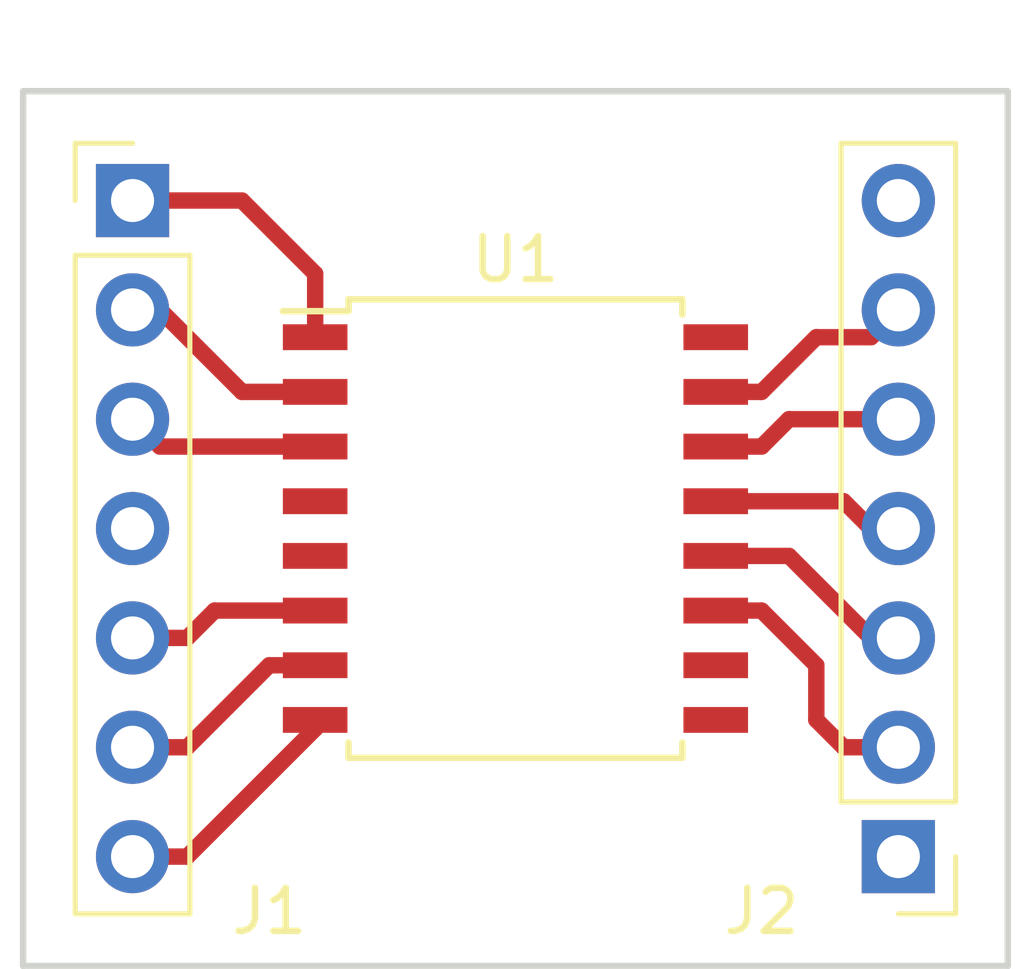
<source format=kicad_pcb>
(kicad_pcb (version 4) (host pcbnew 4.0.7-e2-6376~58~ubuntu16.04.1)

  (general
    (links 11)
    (no_connects 0)
    (area 116.227619 68.875 140.153572 91.515001)
    (thickness 1.6)
    (drawings 4)
    (tracks 35)
    (zones 0)
    (modules 3)
    (nets 12)
  )

  (page A4)
  (layers
    (0 F.Cu signal)
    (31 B.Cu signal)
    (32 B.Adhes user)
    (33 F.Adhes user)
    (34 B.Paste user)
    (35 F.Paste user)
    (36 B.SilkS user)
    (37 F.SilkS user)
    (38 B.Mask user)
    (39 F.Mask user)
    (40 Dwgs.User user)
    (41 Cmts.User user)
    (42 Eco1.User user)
    (43 Eco2.User user)
    (44 Edge.Cuts user)
    (45 Margin user)
    (46 B.CrtYd user)
    (47 F.CrtYd user)
    (48 B.Fab user)
    (49 F.Fab user)
  )

  (setup
    (last_trace_width 0.4318)
    (trace_clearance 0.2)
    (zone_clearance 0.508)
    (zone_45_only no)
    (trace_min 0.2)
    (segment_width 0.2)
    (edge_width 0.15)
    (via_size 0.6)
    (via_drill 0.4)
    (via_min_size 0.4)
    (via_min_drill 0.3)
    (uvia_size 0.3)
    (uvia_drill 0.1)
    (uvias_allowed no)
    (uvia_min_size 0)
    (uvia_min_drill 0)
    (pcb_text_width 0.3)
    (pcb_text_size 1.5 1.5)
    (mod_edge_width 0.15)
    (mod_text_size 1 1)
    (mod_text_width 0.15)
    (pad_size 1.524 1.524)
    (pad_drill 0.762)
    (pad_to_mask_clearance 0.2)
    (aux_axis_origin 0 0)
    (visible_elements FFFFFF7F)
    (pcbplotparams
      (layerselection 0x00030_80000001)
      (usegerberextensions false)
      (excludeedgelayer true)
      (linewidth 0.100000)
      (plotframeref false)
      (viasonmask false)
      (mode 1)
      (useauxorigin false)
      (hpglpennumber 1)
      (hpglpenspeed 20)
      (hpglpendiameter 15)
      (hpglpenoverlay 2)
      (psnegative false)
      (psa4output false)
      (plotreference true)
      (plotvalue true)
      (plotinvisibletext false)
      (padsonsilk false)
      (subtractmaskfromsilk false)
      (outputformat 1)
      (mirror false)
      (drillshape 1)
      (scaleselection 1)
      (outputdirectory svg))
  )

  (net 0 "")
  (net 1 /Vdd)
  (net 2 /HIN)
  (net 3 /SD)
  (net 4 /LIN)
  (net 5 /Vss)
  (net 6 /LO)
  (net 7 /COM)
  (net 8 /Vcc)
  (net 9 /VS)
  (net 10 /VB)
  (net 11 /HO)

  (net_class Default "This is the default net class."
    (clearance 0.2)
    (trace_width 0.4318)
    (via_dia 0.6)
    (via_drill 0.4)
    (uvia_dia 0.3)
    (uvia_drill 0.1)
    (add_net /COM)
    (add_net /HIN)
    (add_net /HO)
    (add_net /LIN)
    (add_net /LO)
    (add_net /SD)
    (add_net /VB)
    (add_net /VS)
    (add_net /Vcc)
    (add_net /Vdd)
    (add_net /Vss)
  )

  (module Pin_Headers:Pin_Header_Straight_1x07_Pitch2.54mm (layer F.Cu) (tedit 5B219054) (tstamp 5B218D36)
    (at 137.16 88.9 180)
    (descr "Through hole straight pin header, 1x07, 2.54mm pitch, single row")
    (tags "Through hole pin header THT 1x07 2.54mm single row")
    (path /5B218BF5)
    (fp_text reference J2 (at 3.175 -1.27 180) (layer F.SilkS)
      (effects (font (size 1 1) (thickness 0.15)))
    )
    (fp_text value DIP_8_14 (at 0.635 19.05 180) (layer F.Fab)
      (effects (font (size 1 1) (thickness 0.15)))
    )
    (fp_line (start -0.635 -1.27) (end 1.27 -1.27) (layer F.Fab) (width 0.1))
    (fp_line (start 1.27 -1.27) (end 1.27 16.51) (layer F.Fab) (width 0.1))
    (fp_line (start 1.27 16.51) (end -1.27 16.51) (layer F.Fab) (width 0.1))
    (fp_line (start -1.27 16.51) (end -1.27 -0.635) (layer F.Fab) (width 0.1))
    (fp_line (start -1.27 -0.635) (end -0.635 -1.27) (layer F.Fab) (width 0.1))
    (fp_line (start -1.33 16.57) (end 1.33 16.57) (layer F.SilkS) (width 0.12))
    (fp_line (start -1.33 1.27) (end -1.33 16.57) (layer F.SilkS) (width 0.12))
    (fp_line (start 1.33 1.27) (end 1.33 16.57) (layer F.SilkS) (width 0.12))
    (fp_line (start -1.33 1.27) (end 1.33 1.27) (layer F.SilkS) (width 0.12))
    (fp_line (start -1.33 0) (end -1.33 -1.33) (layer F.SilkS) (width 0.12))
    (fp_line (start -1.33 -1.33) (end 0 -1.33) (layer F.SilkS) (width 0.12))
    (fp_line (start -1.8 -1.8) (end -1.8 17.05) (layer F.CrtYd) (width 0.05))
    (fp_line (start -1.8 17.05) (end 1.8 17.05) (layer F.CrtYd) (width 0.05))
    (fp_line (start 1.8 17.05) (end 1.8 -1.8) (layer F.CrtYd) (width 0.05))
    (fp_line (start 1.8 -1.8) (end -1.8 -1.8) (layer F.CrtYd) (width 0.05))
    (fp_text user %R (at 0 7.62 270) (layer F.Fab)
      (effects (font (size 1 1) (thickness 0.15)))
    )
    (pad 1 thru_hole rect (at 0 0 180) (size 1.7 1.7) (drill 1) (layers *.Cu *.Mask))
    (pad 2 thru_hole oval (at 0 2.54 180) (size 1.7 1.7) (drill 1) (layers *.Cu *.Mask)
      (net 1 /Vdd))
    (pad 3 thru_hole oval (at 0 5.08 180) (size 1.7 1.7) (drill 1) (layers *.Cu *.Mask)
      (net 2 /HIN))
    (pad 4 thru_hole oval (at 0 7.62 180) (size 1.7 1.7) (drill 1) (layers *.Cu *.Mask)
      (net 3 /SD))
    (pad 5 thru_hole oval (at 0 10.16 180) (size 1.7 1.7) (drill 1) (layers *.Cu *.Mask)
      (net 4 /LIN))
    (pad 6 thru_hole oval (at 0 12.7 180) (size 1.7 1.7) (drill 1) (layers *.Cu *.Mask)
      (net 5 /Vss))
    (pad 7 thru_hole oval (at 0 15.24 180) (size 1.7 1.7) (drill 1) (layers *.Cu *.Mask))
    (model ${KISYS3DMOD}/Pin_Headers.3dshapes/Pin_Header_Straight_1x07_Pitch2.54mm.wrl
      (at (xyz 0 0 0))
      (scale (xyz 1 1 1))
      (rotate (xyz 0 0 0))
    )
  )

  (module Pin_Headers:Pin_Header_Straight_1x07_Pitch2.54mm (layer F.Cu) (tedit 5B21904F) (tstamp 5B218D41)
    (at 119.38 73.66)
    (descr "Through hole straight pin header, 1x07, 2.54mm pitch, single row")
    (tags "Through hole pin header THT 1x07 2.54mm single row")
    (path /5B218C3F)
    (fp_text reference J1 (at 3.175 16.51) (layer F.SilkS)
      (effects (font (size 1 1) (thickness 0.15)))
    )
    (fp_text value DIP_1_7 (at 0 -3.81) (layer F.Fab)
      (effects (font (size 1 1) (thickness 0.15)))
    )
    (fp_line (start -0.635 -1.27) (end 1.27 -1.27) (layer F.Fab) (width 0.1))
    (fp_line (start 1.27 -1.27) (end 1.27 16.51) (layer F.Fab) (width 0.1))
    (fp_line (start 1.27 16.51) (end -1.27 16.51) (layer F.Fab) (width 0.1))
    (fp_line (start -1.27 16.51) (end -1.27 -0.635) (layer F.Fab) (width 0.1))
    (fp_line (start -1.27 -0.635) (end -0.635 -1.27) (layer F.Fab) (width 0.1))
    (fp_line (start -1.33 16.57) (end 1.33 16.57) (layer F.SilkS) (width 0.12))
    (fp_line (start -1.33 1.27) (end -1.33 16.57) (layer F.SilkS) (width 0.12))
    (fp_line (start 1.33 1.27) (end 1.33 16.57) (layer F.SilkS) (width 0.12))
    (fp_line (start -1.33 1.27) (end 1.33 1.27) (layer F.SilkS) (width 0.12))
    (fp_line (start -1.33 0) (end -1.33 -1.33) (layer F.SilkS) (width 0.12))
    (fp_line (start -1.33 -1.33) (end 0 -1.33) (layer F.SilkS) (width 0.12))
    (fp_line (start -1.8 -1.8) (end -1.8 17.05) (layer F.CrtYd) (width 0.05))
    (fp_line (start -1.8 17.05) (end 1.8 17.05) (layer F.CrtYd) (width 0.05))
    (fp_line (start 1.8 17.05) (end 1.8 -1.8) (layer F.CrtYd) (width 0.05))
    (fp_line (start 1.8 -1.8) (end -1.8 -1.8) (layer F.CrtYd) (width 0.05))
    (fp_text user %R (at 0 7.62 90) (layer F.Fab)
      (effects (font (size 1 1) (thickness 0.15)))
    )
    (pad 1 thru_hole rect (at 0 0) (size 1.7 1.7) (drill 1) (layers *.Cu *.Mask)
      (net 6 /LO))
    (pad 2 thru_hole oval (at 0 2.54) (size 1.7 1.7) (drill 1) (layers *.Cu *.Mask)
      (net 7 /COM))
    (pad 3 thru_hole oval (at 0 5.08) (size 1.7 1.7) (drill 1) (layers *.Cu *.Mask)
      (net 8 /Vcc))
    (pad 4 thru_hole oval (at 0 7.62) (size 1.7 1.7) (drill 1) (layers *.Cu *.Mask))
    (pad 5 thru_hole oval (at 0 10.16) (size 1.7 1.7) (drill 1) (layers *.Cu *.Mask)
      (net 9 /VS))
    (pad 6 thru_hole oval (at 0 12.7) (size 1.7 1.7) (drill 1) (layers *.Cu *.Mask)
      (net 10 /VB))
    (pad 7 thru_hole oval (at 0 15.24) (size 1.7 1.7) (drill 1) (layers *.Cu *.Mask)
      (net 11 /HO))
    (model ${KISYS3DMOD}/Pin_Headers.3dshapes/Pin_Header_Straight_1x07_Pitch2.54mm.wrl
      (at (xyz 0 0 0))
      (scale (xyz 1 1 1))
      (rotate (xyz 0 0 0))
    )
  )

  (module Housings_SOIC:SOIC-16W_7.5x10.3mm_Pitch1.27mm (layer F.Cu) (tedit 5B219044) (tstamp 5B218D55)
    (at 128.27 81.28)
    (descr "16-Lead Plastic Small Outline (SO) - Wide, 7.50 mm Body [SOIC] (see Microchip Packaging Specification 00000049BS.pdf)")
    (tags "SOIC 1.27")
    (path /5B218B7F)
    (attr smd)
    (fp_text reference U1 (at 0 -6.25) (layer F.SilkS)
      (effects (font (size 1 1) (thickness 0.15)))
    )
    (fp_text value IR210x (at 0 6.985) (layer F.Fab)
      (effects (font (size 1 1) (thickness 0.15)))
    )
    (fp_text user %R (at 0 0) (layer F.Fab)
      (effects (font (size 1 1) (thickness 0.15)))
    )
    (fp_line (start -2.75 -5.15) (end 3.75 -5.15) (layer F.Fab) (width 0.15))
    (fp_line (start 3.75 -5.15) (end 3.75 5.15) (layer F.Fab) (width 0.15))
    (fp_line (start 3.75 5.15) (end -3.75 5.15) (layer F.Fab) (width 0.15))
    (fp_line (start -3.75 5.15) (end -3.75 -4.15) (layer F.Fab) (width 0.15))
    (fp_line (start -3.75 -4.15) (end -2.75 -5.15) (layer F.Fab) (width 0.15))
    (fp_line (start -5.65 -5.5) (end -5.65 5.5) (layer F.CrtYd) (width 0.05))
    (fp_line (start 5.65 -5.5) (end 5.65 5.5) (layer F.CrtYd) (width 0.05))
    (fp_line (start -5.65 -5.5) (end 5.65 -5.5) (layer F.CrtYd) (width 0.05))
    (fp_line (start -5.65 5.5) (end 5.65 5.5) (layer F.CrtYd) (width 0.05))
    (fp_line (start -3.875 -5.325) (end -3.875 -5.05) (layer F.SilkS) (width 0.15))
    (fp_line (start 3.875 -5.325) (end 3.875 -4.97) (layer F.SilkS) (width 0.15))
    (fp_line (start 3.875 5.325) (end 3.875 4.97) (layer F.SilkS) (width 0.15))
    (fp_line (start -3.875 5.325) (end -3.875 4.97) (layer F.SilkS) (width 0.15))
    (fp_line (start -3.875 -5.325) (end 3.875 -5.325) (layer F.SilkS) (width 0.15))
    (fp_line (start -3.875 5.325) (end 3.875 5.325) (layer F.SilkS) (width 0.15))
    (fp_line (start -3.875 -5.05) (end -5.4 -5.05) (layer F.SilkS) (width 0.15))
    (pad 1 smd rect (at -4.65 -4.445) (size 1.5 0.6) (layers F.Cu F.Paste F.Mask)
      (net 6 /LO))
    (pad 2 smd rect (at -4.65 -3.175) (size 1.5 0.6) (layers F.Cu F.Paste F.Mask)
      (net 7 /COM))
    (pad 3 smd rect (at -4.65 -1.905) (size 1.5 0.6) (layers F.Cu F.Paste F.Mask)
      (net 8 /Vcc))
    (pad 4 smd rect (at -4.65 -0.635) (size 1.5 0.6) (layers F.Cu F.Paste F.Mask))
    (pad 5 smd rect (at -4.65 0.635) (size 1.5 0.6) (layers F.Cu F.Paste F.Mask))
    (pad 6 smd rect (at -4.65 1.905) (size 1.5 0.6) (layers F.Cu F.Paste F.Mask)
      (net 9 /VS))
    (pad 7 smd rect (at -4.65 3.175) (size 1.5 0.6) (layers F.Cu F.Paste F.Mask)
      (net 10 /VB))
    (pad 8 smd rect (at -4.65 4.445) (size 1.5 0.6) (layers F.Cu F.Paste F.Mask)
      (net 11 /HO))
    (pad 9 smd rect (at 4.65 4.445) (size 1.5 0.6) (layers F.Cu F.Paste F.Mask))
    (pad 10 smd rect (at 4.65 3.175) (size 1.5 0.6) (layers F.Cu F.Paste F.Mask))
    (pad 11 smd rect (at 4.65 1.905) (size 1.5 0.6) (layers F.Cu F.Paste F.Mask)
      (net 1 /Vdd))
    (pad 12 smd rect (at 4.65 0.635) (size 1.5 0.6) (layers F.Cu F.Paste F.Mask)
      (net 2 /HIN))
    (pad 13 smd rect (at 4.65 -0.635) (size 1.5 0.6) (layers F.Cu F.Paste F.Mask)
      (net 3 /SD))
    (pad 14 smd rect (at 4.65 -1.905) (size 1.5 0.6) (layers F.Cu F.Paste F.Mask)
      (net 4 /LIN))
    (pad 15 smd rect (at 4.65 -3.175) (size 1.5 0.6) (layers F.Cu F.Paste F.Mask)
      (net 5 /Vss))
    (pad 16 smd rect (at 4.65 -4.445) (size 1.5 0.6) (layers F.Cu F.Paste F.Mask))
    (model ${KISYS3DMOD}/Housings_SOIC.3dshapes/SOIC-16W_7.5x10.3mm_Pitch1.27mm.wrl
      (at (xyz 0 0 0))
      (scale (xyz 1 1 1))
      (rotate (xyz 0 0 0))
    )
  )

  (gr_line (start 116.84 91.44) (end 116.84 71.12) (angle 90) (layer Edge.Cuts) (width 0.15))
  (gr_line (start 139.7 91.44) (end 116.84 91.44) (angle 90) (layer Edge.Cuts) (width 0.15))
  (gr_line (start 139.7 71.12) (end 139.7 91.44) (angle 90) (layer Edge.Cuts) (width 0.15))
  (gr_line (start 116.84 71.12) (end 139.7 71.12) (angle 90) (layer Edge.Cuts) (width 0.15))

  (segment (start 132.92 83.185) (end 133.985 83.185) (width 0.381) (layer F.Cu) (net 1) (status 400000))
  (segment (start 135.89 86.36) (end 137.16 86.36) (width 0.381) (layer F.Cu) (net 1) (tstamp 5B218F32) (status 800000))
  (segment (start 135.255 85.725) (end 135.89 86.36) (width 0.381) (layer F.Cu) (net 1) (tstamp 5B218F31))
  (segment (start 135.255 84.455) (end 135.255 85.725) (width 0.381) (layer F.Cu) (net 1) (tstamp 5B218F30))
  (segment (start 133.985 83.185) (end 135.255 84.455) (width 0.381) (layer F.Cu) (net 1) (tstamp 5B218F2F))
  (segment (start 137.16 83.82) (end 136.525 83.82) (width 0.381) (layer F.Cu) (net 2) (status C00000))
  (segment (start 136.525 83.82) (end 134.62 81.915) (width 0.381) (layer F.Cu) (net 2) (tstamp 5B218F35) (status 400000))
  (segment (start 134.62 81.915) (end 132.92 81.915) (width 0.381) (layer F.Cu) (net 2) (tstamp 5B218F36) (status 800000))
  (segment (start 137.16 81.28) (end 136.525 81.28) (width 0.381) (layer F.Cu) (net 3) (status C00000))
  (segment (start 136.525 81.28) (end 135.89 80.645) (width 0.381) (layer F.Cu) (net 3) (tstamp 5B218F39) (status 400000))
  (segment (start 135.89 80.645) (end 132.92 80.645) (width 0.381) (layer F.Cu) (net 3) (tstamp 5B218F3A) (status 800000))
  (segment (start 137.16 78.74) (end 134.62 78.74) (width 0.381) (layer F.Cu) (net 4) (status 400000))
  (segment (start 133.985 79.375) (end 132.92 79.375) (width 0.381) (layer F.Cu) (net 4) (tstamp 5B218F3E) (status 800000))
  (segment (start 134.62 78.74) (end 133.985 79.375) (width 0.381) (layer F.Cu) (net 4) (tstamp 5B218F3D))
  (segment (start 132.92 78.105) (end 133.985 78.105) (width 0.381) (layer F.Cu) (net 5) (status 400000))
  (segment (start 136.525 76.835) (end 137.16 76.2) (width 0.381) (layer F.Cu) (net 5) (tstamp 5B218F43) (status 800000))
  (segment (start 135.255 76.835) (end 136.525 76.835) (width 0.381) (layer F.Cu) (net 5) (tstamp 5B218F42))
  (segment (start 133.985 78.105) (end 135.255 76.835) (width 0.381) (layer F.Cu) (net 5) (tstamp 5B218F41))
  (segment (start 123.62 76.835) (end 123.62 75.36) (width 0.381) (layer F.Cu) (net 6) (status 400000))
  (segment (start 121.92 73.66) (end 119.38 73.66) (width 0.381) (layer F.Cu) (net 6) (tstamp 5B218F11) (status 800000))
  (segment (start 123.62 75.36) (end 121.92 73.66) (width 0.381) (layer F.Cu) (net 6) (tstamp 5B218F10))
  (segment (start 119.38 76.2) (end 120.015 76.2) (width 0.381) (layer F.Cu) (net 7) (status C00000))
  (segment (start 120.015 76.2) (end 121.92 78.105) (width 0.381) (layer F.Cu) (net 7) (tstamp 5B218F17) (status 400000))
  (segment (start 121.92 78.105) (end 123.62 78.105) (width 0.381) (layer F.Cu) (net 7) (tstamp 5B218F18) (status 800000))
  (segment (start 123.62 79.375) (end 120.015 79.375) (width 0.381) (layer F.Cu) (net 8) (status 400000))
  (segment (start 120.015 79.375) (end 119.38 78.74) (width 0.381) (layer F.Cu) (net 8) (tstamp 5B218F1C) (status 800000))
  (segment (start 119.38 83.82) (end 120.65 83.82) (width 0.381) (layer F.Cu) (net 9) (status 400000))
  (segment (start 121.285 83.185) (end 123.62 83.185) (width 0.381) (layer F.Cu) (net 9) (tstamp 5B218F20) (status 800000))
  (segment (start 120.65 83.82) (end 121.285 83.185) (width 0.381) (layer F.Cu) (net 9) (tstamp 5B218F1F))
  (segment (start 123.62 84.455) (end 122.555 84.455) (width 0.381) (layer F.Cu) (net 10) (status 400000))
  (segment (start 120.65 86.36) (end 119.38 86.36) (width 0.381) (layer F.Cu) (net 10) (tstamp 5B218F24) (status 800000))
  (segment (start 122.555 84.455) (end 120.65 86.36) (width 0.381) (layer F.Cu) (net 10) (tstamp 5B218F23))
  (segment (start 123.62 85.725) (end 123.62 85.93) (width 0.381) (layer F.Cu) (net 11) (status C00000))
  (segment (start 123.62 85.93) (end 120.65 88.9) (width 0.381) (layer F.Cu) (net 11) (tstamp 5B218F2A) (status 400000))
  (segment (start 120.65 88.9) (end 119.38 88.9) (width 0.381) (layer F.Cu) (net 11) (tstamp 5B218F2B) (status 800000))

)

</source>
